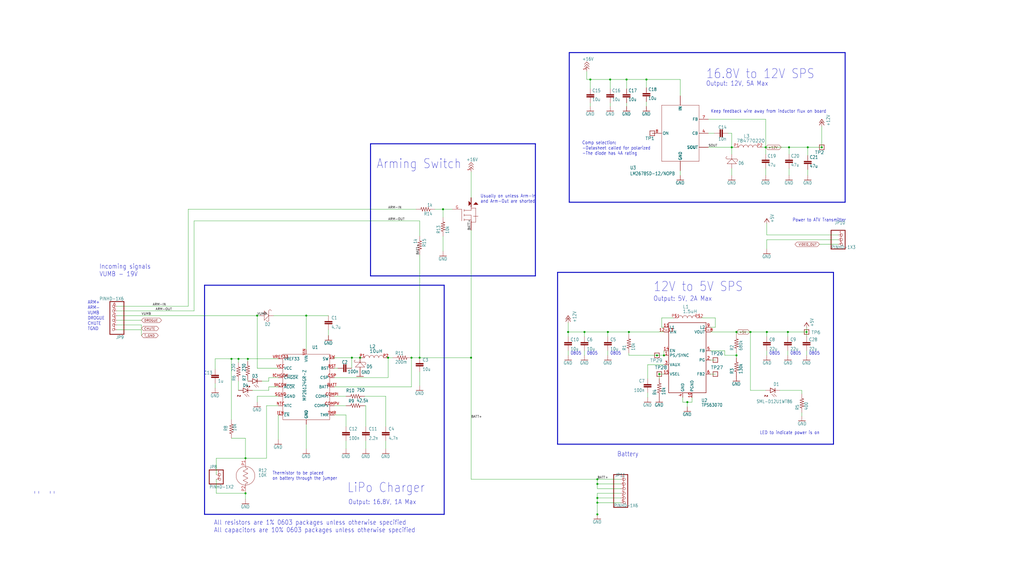
<source format=kicad_sch>
(kicad_sch (version 20250114) (generator "eeschema") (generator_version "9.0")
  (paper "User" 556.26 318.262)
  (text "LiPo Charger" (at 188.595 267.97 0) (effects (font (size 5.08 4.318)) (justify left bottom)))
  (text "LED to indicate power is on" (at 412.75 236.22 0) (effects (font (size 1.778 1.5113)) (justify left bottom)))
  (text "ARM+\nARM-\nVUMB\nDROGUE\nCHUTE\nTGND" (at 47.625 179.705 0) (effects (font (size 1.778 1.5113)) (justify left bottom)))
  (text "Output: 16.8V, 1A Max" (at 189.23 274.32 0) (effects (font (size 2.54 2.159)) (justify left bottom)))
  (text "0805" (at 318.77 193.04 0) (effects (font (size 1.778 1.5113)) (justify left bottom)))
  (text "12V to 5V SPS" (at 354.965 158.75 0) (effects (font (size 5.08 4.318)) (justify left bottom)))
  (text "0805" (at 309.88 193.04 0) (effects (font (size 1.778 1.5113)) (justify left bottom)))
  (text "Thermistor to be placed\non battery through the jumper" (at 147.955 260.985 0) (effects (font (size 1.778 1.5113)) (justify left bottom)))
  (text "0805" (at 417.83 193.04 0) (effects (font (size 1.778 1.5113)) (justify left bottom)))
  (text "Output: 5V, 2A Max" (at 354.965 163.83 0) (effects (font (size 2.54 2.159)) (justify left bottom)))
  (text "All resistors are 1% 0603 packages unless otherwise specified\nAll capacitors are 10% 0603 packages unless otherwise specified" (at 116.205 289.56 0) (effects (font (size 2.54 2.159)) (justify left bottom)))
  (text "Incoming signals\nVUMB - 19V" (at 53.975 150.495 0) (effects (font (size 2.54 2.159)) (justify left bottom)))
  (text "Usually on unless Arm-In\nand Arm-Out are shorted" (at 260.985 110.49 0) (effects (font (size 1.778 1.5113)) (justify left bottom)))
  (text "\" \"" (at 17.78 274.32 0) (effects (font (size 6.4516 5.4838)) (justify left bottom)))
  (text "Arming Switch" (at 204.47 92.075 0) (effects (font (size 5.08 4.318)) (justify left bottom)))
  (text "Battery" (at 335.28 248.285 0) (effects (font (size 2.54 2.159)) (justify left bottom)))
  (text "0805" (at 331.47 193.04 0) (effects (font (size 1.778 1.5113)) (justify left bottom)))
  (text "Output: 12V, 5A Max" (at 383.54 46.99 0) (effects (font (size 2.54 2.159)) (justify left bottom)))
  (text "16.8V to 12V SPS" (at 383.54 43.18 0) (effects (font (size 5.08 4.318)) (justify left bottom)))
  (text "0805" (at 429.26 193.04 0) (effects (font (size 1.778 1.5113)) (justify left bottom)))
  (text "Keep feedback wire away from inductor flux on board" (at 386.08 61.595 0) (effects (font (size 1.778 1.5113)) (justify left bottom)))
  (text "0805" (at 439.42 193.04 0) (effects (font (size 1.778 1.5113)) (justify left bottom)))
  (text "Comp selection:\n-Datasheet called for polarized\n-The diode has 4A rating" (at 316.23 84.455 0) (effects (font (size 1.778 1.5113)) (justify left bottom)))
  (text "Power to ATV Transmitter" (at 430.53 120.65 0) (effects (font (size 1.778 1.5113)) (justify left bottom)))
  (junction (at 240.665 113.665))
  (junction (at 129.54 194.945))
  (junction (at 427.99 180.34))
  (junction (at 438.15 180.34))
  (junction (at 227.965 194.31))
  (junction (at 428.625 80.01))
  (junction (at 223.52 194.31))
  (junction (at 351.155 43.18))
  (junction (at 133.35 267.97))
  (junction (at 407.67 180.34))
  (junction (at 320.675 43.18))
  (junction (at 166.37 171.45))
  (junction (at 134.62 194.945))
  (junction (at 191.135 194.31))
  (junction (at 400.05 180.34))
  (junction (at 324.485 270.51))
  (junction (at 416.56 180.34))
  (junction (at 438.785 80.01))
  (junction (at 210.82 194.31))
  (junction (at 446.405 80.01))
  (junction (at 317.5 180.34))
  (junction (at 400.05 193.04))
  (junction (at 340.36 43.18))
  (junction (at 133.35 248.92))
  (junction (at 373.38 218.44))
  (junction (at 360.68 193.04))
  (junction (at 324.485 273.05))
  (junction (at 358.14 203.2))
  (junction (at 415.925 80.01))
  (junction (at 356.87 193.04))
  (junction (at 331.47 43.18))
  (junction (at 324.485 260.35))
  (junction (at 324.485 279.4))
  (junction (at 324.485 262.89))
  (junction (at 195.58 194.31))
  (junction (at 308.61 180.34))
  (junction (at 125.73 194.945))
  (junction (at 397.51 80.01))
  (junction (at 330.2 180.34))
  (junction (at 255.905 194.31))
  (junction (at 341.63 180.34))
  (junction (at 139.7 171.45))
  (wire (pts (xy 139.7 200.025) (xy 139.7 171.45)) (stroke (width 0.1524)))
  (wire (pts (xy 117.475 257.81) (xy 117.475 248.92)) (stroke (width 0.1524)))
  (wire (pts (xy 415.925 95.25) (xy 415.925 91.44)) (stroke (width 0.1524)))
  (wire (pts (xy 351.155 43.18) (xy 340.36 43.18)) (stroke (width 0.1524)))
  (wire (pts (xy 240.665 113.665) (xy 245.745 113.665)) (stroke (width 0.1524)))
  (wire (pts (xy 116.84 208.28) (xy 116.84 210.82)) (stroke (width 0.1524)))
  (polyline (pts (xy 201.295 78.105) (xy 290.83 78.105)) (stroke (width 0.508) (type solid)))
  (wire (pts (xy 428.625 80.01) (xy 415.925 80.01)) (stroke (width 0.1524)))
  (polyline (pts (xy 290.83 78.105) (xy 290.83 149.86)) (stroke (width 0.508) (type solid)))
  (wire (pts (xy 255.905 125.095) (xy 255.905 194.31)) (stroke (width 0.1524)))
  (wire (pts (xy 351.79 198.12) (xy 351.79 205.74)) (stroke (width 0.1524)))
  (wire (pts (xy 63.5 173.99) (xy 76.835 173.99)) (stroke (width 0.1524)))
  (wire (pts (xy 386.08 177.8) (xy 388.62 177.8)) (stroke (width 0.1524)))
  (wire (pts (xy 370.84 218.44) (xy 373.38 218.44)) (stroke (width 0.1524)))
  (polyline (pts (xy 452.755 241.3) (xy 302.895 241.3)) (stroke (width 0.508) (type solid)))
  (wire (pts (xy 129.54 194.945) (xy 129.54 196.85)) (stroke (width 0.1524)))
  (wire (pts (xy 369.57 43.18) (xy 351.155 43.18)) (stroke (width 0.1524)))
  (wire (pts (xy 320.675 57.785) (xy 320.675 55.88)) (stroke (width 0.1524)))
  (wire (pts (xy 181.61 225.425) (xy 187.96 225.425)) (stroke (width 0.1524)))
  (wire (pts (xy 181.61 194.31) (xy 191.135 194.31)) (stroke (width 0.1524)))
  (wire (pts (xy 129.54 207.01) (xy 129.54 212.09)) (stroke (width 0.1524)))
  (wire (pts (xy 181.61 194.945) (xy 181.61 194.31)) (stroke (width 0.1524)))
  (polyline (pts (xy 459.105 109.855) (xy 309.245 109.855)) (stroke (width 0.508) (type solid)))
  (wire (pts (xy 351.155 47.625) (xy 351.155 43.18)) (stroke (width 0.1524)))
  (wire (pts (xy 360.68 177.8) (xy 359.41 177.8)) (stroke (width 0.1524)))
  (wire (pts (xy 337.185 262.89) (xy 324.485 262.89)) (stroke (width 0.1524)))
  (wire (pts (xy 400.05 180.34) (xy 407.67 180.34)) (stroke (width 0.1524)))
  (wire (pts (xy 351.155 57.785) (xy 351.155 55.245)) (stroke (width 0.1524)))
  (wire (pts (xy 187.96 243.84) (xy 187.96 239.395)) (stroke (width 0.1524)))
  (wire (pts (xy 227.965 120.015) (xy 105.41 120.015)) (stroke (width 0.1524)))
  (wire (pts (xy 415.925 64.77) (xy 415.925 80.01)) (stroke (width 0.1524)))
  (wire (pts (xy 438.15 193.04) (xy 438.15 190.5)) (stroke (width 0.1524)))
  (wire (pts (xy 151.13 238.76) (xy 151.13 225.425)) (stroke (width 0.1524)))
  (wire (pts (xy 455.295 132.715) (xy 445.135 132.715)) (stroke (width 0.1524)))
  (wire (pts (xy 415.925 64.77) (xy 384.81 64.77)) (stroke (width 0.1524)))
  (polyline (pts (xy 309.245 109.855) (xy 309.245 28.575)) (stroke (width 0.508) (type solid)))
  (wire (pts (xy 455.295 130.175) (xy 416.56 130.175)) (stroke (width 0.1524)))
  (wire (pts (xy 198.755 220.345) (xy 198.755 231.775)) (stroke (width 0.1524)))
  (wire (pts (xy 341.63 180.34) (xy 341.63 181.61)) (stroke (width 0.1524)))
  (wire (pts (xy 400.05 193.04) (xy 393.7 193.04)) (stroke (width 0.1524)))
  (polyline (pts (xy 241.3 279.4) (xy 241.3 154.94)) (stroke (width 0.508) (type solid)))
  (wire (pts (xy 359.41 177.8) (xy 359.41 172.72)) (stroke (width 0.1524)))
  (wire (pts (xy 133.35 238.125) (xy 133.35 248.92)) (stroke (width 0.1524)))
  (wire (pts (xy 416.56 121.285) (xy 416.56 127.635)) (stroke (width 0.1524)))
  (wire (pts (xy 146.05 207.01) (xy 146.05 205.105)) (stroke (width 0.1524)))
  (wire (pts (xy 117.475 260.35) (xy 117.475 267.97)) (stroke (width 0.1524)))
  (wire (pts (xy 151.13 194.945) (xy 134.62 194.945)) (stroke (width 0.1524)))
  (wire (pts (xy 148.59 171.45) (xy 166.37 171.45)) (stroke (width 0.1524)))
  (wire (pts (xy 428.625 80.01) (xy 438.785 80.01)) (stroke (width 0.1524)))
  (wire (pts (xy 400.05 191.77) (xy 400.05 193.04)) (stroke (width 0.1524)))
  (wire (pts (xy 146.05 212.09) (xy 137.16 212.09)) (stroke (width 0.1524)))
  (wire (pts (xy 134.62 196.215) (xy 134.62 194.945)) (stroke (width 0.1524)))
  (wire (pts (xy 438.15 177.8) (xy 438.15 180.34)) (stroke (width 0.1524)))
  (wire (pts (xy 397.51 72.39) (xy 397.51 80.01)) (stroke (width 0.1524)))
  (wire (pts (xy 427.99 193.04) (xy 427.99 190.5)) (stroke (width 0.1524)))
  (wire (pts (xy 144.78 248.92) (xy 133.35 248.92)) (stroke (width 0.1524)))
  (wire (pts (xy 416.56 180.34) (xy 416.56 182.88)) (stroke (width 0.1524)))
  (polyline (pts (xy 111.125 154.94) (xy 111.125 279.4)) (stroke (width 0.508) (type solid)))
  (wire (pts (xy 105.41 120.015) (xy 105.41 168.91)) (stroke (width 0.1524)))
  (wire (pts (xy 317.5 190.5) (xy 317.5 193.04)) (stroke (width 0.1524)))
  (wire (pts (xy 151.13 215.265) (xy 139.7 215.265)) (stroke (width 0.1524)))
  (wire (pts (xy 330.2 193.04) (xy 330.2 190.5)) (stroke (width 0.1524)))
  (wire (pts (xy 360.68 203.2) (xy 358.14 203.2)) (stroke (width 0.1524)))
  (wire (pts (xy 388.62 177.8) (xy 388.62 172.72)) (stroke (width 0.1524)))
  (wire (pts (xy 407.67 212.09) (xy 415.925 212.09)) (stroke (width 0.1524)))
  (wire (pts (xy 416.56 190.5) (xy 416.56 193.04)) (stroke (width 0.1524)))
  (wire (pts (xy 308.61 180.34) (xy 308.61 182.88)) (stroke (width 0.1524)))
  (wire (pts (xy 227.965 209.55) (xy 227.965 201.93)) (stroke (width 0.1524)))
  (wire (pts (xy 317.5 180.34) (xy 308.61 180.34)) (stroke (width 0.1524)))
  (wire (pts (xy 320.675 43.18) (xy 318.77 43.18)) (stroke (width 0.1524)))
  (wire (pts (xy 388.62 172.72) (xy 381 172.72)) (stroke (width 0.1524)))
  (wire (pts (xy 386.08 203.2) (xy 388.62 203.2)) (stroke (width 0.1524)))
  (wire (pts (xy 331.47 43.18) (xy 320.675 43.18)) (stroke (width 0.1524)))
  (polyline (pts (xy 302.895 241.3) (xy 302.895 147.955)) (stroke (width 0.508) (type solid)))
  (wire (pts (xy 438.785 80.01) (xy 446.405 80.01)) (stroke (width 0.1524)))
  (wire (pts (xy 308.61 190.5) (xy 308.61 193.04)) (stroke (width 0.1524)))
  (wire (pts (xy 423.545 212.09) (xy 435.61 212.09)) (stroke (width 0.1524)))
  (wire (pts (xy 393.7 190.5) (xy 386.08 190.5)) (stroke (width 0.1524)))
  (wire (pts (xy 395.605 72.39) (xy 397.51 72.39)) (stroke (width 0.1524)))
  (wire (pts (xy 360.68 193.04) (xy 356.87 193.04)) (stroke (width 0.1524)))
  (polyline (pts (xy 302.895 147.955) (xy 452.755 147.955)) (stroke (width 0.508) (type solid)))
  (wire (pts (xy 356.87 193.04) (xy 341.63 193.04)) (stroke (width 0.1524)))
  (wire (pts (xy 181.61 210.185) (xy 223.52 210.185)) (stroke (width 0.1524)))
  (wire (pts (xy 198.755 243.84) (xy 198.755 239.395)) (stroke (width 0.1524)))
  (wire (pts (xy 414.02 80.01) (xy 415.925 80.01)) (stroke (width 0.1524)))
  (wire (pts (xy 213.36 194.31) (xy 210.82 194.31)) (stroke (width 0.1524)))
  (wire (pts (xy 373.38 218.44) (xy 375.92 218.44)) (stroke (width 0.1524)))
  (wire (pts (xy 240.665 118.11) (xy 240.665 113.665)) (stroke (width 0.1524)))
  (wire (pts (xy 166.37 171.45) (xy 178.435 171.45)) (stroke (width 0.1524)))
  (wire (pts (xy 209.55 215.265) (xy 209.55 231.775)) (stroke (width 0.1524)))
  (wire (pts (xy 223.52 210.185) (xy 223.52 194.31)) (stroke (width 0.1524)))
  (wire (pts (xy 63.5 179.07) (xy 76.835 179.07)) (stroke (width 0.1524)))
  (wire (pts (xy 227.965 194.31) (xy 227.965 138.43)) (stroke (width 0.1524)))
  (wire (pts (xy 308.61 175.26) (xy 308.61 180.34)) (stroke (width 0.1524)))
  (wire (pts (xy 360.68 190.5) (xy 360.68 193.04)) (stroke (width 0.1524)))
  (wire (pts (xy 337.185 265.43) (xy 324.485 265.43)) (stroke (width 0.1524)))
  (wire (pts (xy 146.05 205.105) (xy 151.13 205.105)) (stroke (width 0.1524)))
  (wire (pts (xy 209.55 243.84) (xy 209.55 239.395)) (stroke (width 0.1524)))
  (wire (pts (xy 181.61 220.345) (xy 187.96 220.345)) (stroke (width 0.1524)))
  (wire (pts (xy 134.62 206.375) (xy 134.62 207.01)) (stroke (width 0.1524)))
  (wire (pts (xy 435.61 226.06) (xy 435.61 224.155)) (stroke (width 0.1524)))
  (wire (pts (xy 416.56 127.635) (xy 455.295 127.635)) (stroke (width 0.1524)))
  (wire (pts (xy 223.52 194.31) (xy 227.965 194.31)) (stroke (width 0.1524)))
  (wire (pts (xy 428.625 95.25) (xy 428.625 91.44)) (stroke (width 0.1524)))
  (wire (pts (xy 191.135 200.025) (xy 191.135 194.31)) (stroke (width 0.1524)))
  (polyline (pts (xy 111.125 279.4) (xy 241.3 279.4)) (stroke (width 0.508) (type solid)))
  (wire (pts (xy 63.5 176.53) (xy 76.835 176.53)) (stroke (width 0.1524)))
  (wire (pts (xy 63.5 166.37) (xy 102.235 166.37)) (stroke (width 0.1524)))
  (wire (pts (xy 331.47 48.26) (xy 331.47 43.18)) (stroke (width 0.1524)))
  (wire (pts (xy 358.14 205.74) (xy 358.14 203.2)) (stroke (width 0.1524)))
  (wire (pts (xy 255.905 260.35) (xy 324.485 260.35)) (stroke (width 0.1524)))
  (wire (pts (xy 324.485 280.035) (xy 324.485 279.4)) (stroke (width 0.1524)))
  (wire (pts (xy 117.475 267.97) (xy 133.35 267.97)) (stroke (width 0.1524)))
  (wire (pts (xy 397.51 83.82) (xy 397.51 80.01)) (stroke (width 0.1524)))
  (wire (pts (xy 428.625 83.82) (xy 428.625 80.01)) (stroke (width 0.1524)))
  (wire (pts (xy 398.78 80.01) (xy 397.51 80.01)) (stroke (width 0.1524)))
  (polyline (pts (xy 309.245 28.575) (xy 459.105 28.575)) (stroke (width 0.508) (type solid)))
  (wire (pts (xy 369.57 95.25) (xy 369.57 92.71)) (stroke (width 0.1524)))
  (wire (pts (xy 386.08 180.34) (xy 400.05 180.34)) (stroke (width 0.1524)))
  (wire (pts (xy 415.925 83.82) (xy 415.925 80.01)) (stroke (width 0.1524)))
  (wire (pts (xy 400.05 181.61) (xy 400.05 180.34)) (stroke (width 0.1524)))
  (wire (pts (xy 178.435 179.07) (xy 178.435 182.245)) (stroke (width 0.1524)))
  (wire (pts (xy 181.61 215.265) (xy 187.96 215.265)) (stroke (width 0.1524)))
  (wire (pts (xy 134.62 194.945) (xy 129.54 194.945)) (stroke (width 0.1524)))
  (wire (pts (xy 337.185 270.51) (xy 324.485 270.51)) (stroke (width 0.1524)))
  (wire (pts (xy 183.515 200.025) (xy 181.61 200.025)) (stroke (width 0.1524)))
  (wire (pts (xy 187.96 225.425) (xy 187.96 231.775)) (stroke (width 0.1524)))
  (wire (pts (xy 438.785 84.455) (xy 438.785 80.01)) (stroke (width 0.1524)))
  (wire (pts (xy 240.665 128.27) (xy 240.665 136.525)) (stroke (width 0.1524)))
  (wire (pts (xy 116.84 200.66) (xy 116.84 194.945)) (stroke (width 0.1524)))
  (wire (pts (xy 397.51 80.01) (xy 384.81 80.01)) (stroke (width 0.1524)))
  (wire (pts (xy 317.5 182.88) (xy 317.5 180.34)) (stroke (width 0.1524)))
  (wire (pts (xy 320.675 48.26) (xy 320.675 43.18)) (stroke (width 0.1524)))
  (wire (pts (xy 210.82 205.105) (xy 210.82 194.31)) (stroke (width 0.1524)))
  (wire (pts (xy 76.835 176.53) (xy 76.835 178.435)) (stroke (width 0.1524)))
  (wire (pts (xy 387.985 72.39) (xy 384.81 72.39)) (stroke (width 0.1524)))
  (wire (pts (xy 125.73 194.945) (xy 129.54 194.945)) (stroke (width 0.1524)))
  (wire (pts (xy 369.57 52.07) (xy 369.57 43.18)) (stroke (width 0.1524)))
  (wire (pts (xy 340.36 43.18) (xy 331.47 43.18)) (stroke (width 0.1524)))
  (wire (pts (xy 393.7 193.04) (xy 393.7 190.5)) (stroke (width 0.1524)))
  (wire (pts (xy 359.41 172.72) (xy 365.76 172.72)) (stroke (width 0.1524)))
  (wire (pts (xy 330.2 180.34) (xy 317.5 180.34)) (stroke (width 0.1524)))
  (wire (pts (xy 151.13 210.185) (xy 146.05 210.185)) (stroke (width 0.1524)))
  (wire (pts (xy 427.99 182.88) (xy 427.99 180.34)) (stroke (width 0.1524)))
  (wire (pts (xy 191.135 194.31) (xy 195.58 194.31)) (stroke (width 0.1524)))
  (wire (pts (xy 117.475 248.92) (xy 133.35 248.92)) (stroke (width 0.1524)))
  (wire (pts (xy 318.77 38.735) (xy 318.77 43.18)) (stroke (width 0.1524)))
  (wire (pts (xy 340.36 57.785) (xy 340.36 55.88)) (stroke (width 0.1524)))
  (wire (pts (xy 388.62 195.58) (xy 386.08 195.58)) (stroke (width 0.1524)))
  (wire (pts (xy 330.2 180.34) (xy 341.63 180.34)) (stroke (width 0.1524)))
  (wire (pts (xy 151.13 200.025) (xy 139.7 200.025)) (stroke (width 0.1524)))
  (wire (pts (xy 446.405 80.01) (xy 446.405 68.58)) (stroke (width 0.1524)))
  (wire (pts (xy 438.15 182.88) (xy 438.15 180.34)) (stroke (width 0.1524)))
  (wire (pts (xy 76.835 179.07) (xy 76.835 182.245)) (stroke (width 0.1524)))
  (wire (pts (xy 63.5 171.45) (xy 139.7 171.45)) (stroke (width 0.1524)))
  (wire (pts (xy 331.47 57.785) (xy 331.47 55.88)) (stroke (width 0.1524)))
  (polyline (pts (xy 452.755 147.955) (xy 452.755 241.3)) (stroke (width 0.508) (type solid)))
  (wire (pts (xy 324.485 265.43) (xy 324.485 262.89)) (stroke (width 0.1524)))
  (wire (pts (xy 142.24 207.01) (xy 146.05 207.01)) (stroke (width 0.1524)))
  (wire (pts (xy 227.965 194.31) (xy 255.905 194.31)) (stroke (width 0.1524)))
  (wire (pts (xy 139.7 215.265) (xy 139.7 218.44)) (stroke (width 0.1524)))
  (wire (pts (xy 324.485 260.35) (xy 337.185 260.35)) (stroke (width 0.1524)))
  (wire (pts (xy 341.63 191.77) (xy 341.63 193.04)) (stroke (width 0.1524)))
  (wire (pts (xy 438.785 95.25) (xy 438.785 92.075)) (stroke (width 0.1524)))
  (wire (pts (xy 198.12 220.345) (xy 198.755 220.345)) (stroke (width 0.1524)))
  (wire (pts (xy 416.56 130.175) (xy 416.56 135.255)) (stroke (width 0.1524)))
  (wire (pts (xy 125.73 194.945) (xy 125.73 227.965)) (stroke (width 0.1524)))
  (wire (pts (xy 407.67 180.34) (xy 416.56 180.34)) (stroke (width 0.1524)))
  (wire (pts (xy 255.905 107.315) (xy 255.905 93.345)) (stroke (width 0.1524)))
  (wire (pts (xy 427.99 180.34) (xy 416.56 180.34)) (stroke (width 0.1524)))
  (wire (pts (xy 438.15 180.34) (xy 427.99 180.34)) (stroke (width 0.1524)))
  (wire (pts (xy 330.2 180.34) (xy 330.2 182.88)) (stroke (width 0.1524)))
  (wire (pts (xy 166.37 171.45) (xy 166.37 189.865)) (stroke (width 0.1524)))
  (wire (pts (xy 373.38 220.98) (xy 373.38 218.44)) (stroke (width 0.1524)))
  (wire (pts (xy 435.61 212.09) (xy 435.61 213.995)) (stroke (width 0.1524)))
  (wire (pts (xy 397.51 95.25) (xy 397.51 91.44)) (stroke (width 0.1524)))
  (wire (pts (xy 227.965 128.27) (xy 227.965 120.015)) (stroke (width 0.1524)))
  (wire (pts (xy 255.905 194.31) (xy 255.905 260.35)) (stroke (width 0.1524)))
  (wire (pts (xy 198.12 215.265) (xy 209.55 215.265)) (stroke (width 0.1524)))
  (wire (pts (xy 370.84 215.9) (xy 370.84 218.44)) (stroke (width 0.1524)))
  (wire (pts (xy 146.05 210.185) (xy 146.05 212.09)) (stroke (width 0.1524)))
  (wire (pts (xy 341.63 180.34) (xy 360.68 180.34)) (stroke (width 0.1524)))
  (wire (pts (xy 133.35 267.97) (xy 133.35 271.145)) (stroke (width 0.1524)))
  (polyline (pts (xy 241.3 154.94) (xy 111.125 154.94)) (stroke (width 0.508) (type solid)))
  (wire (pts (xy 324.485 270.51) (xy 324.485 267.97)) (stroke (width 0.1524)))
  (polyline (pts (xy 290.83 149.86) (xy 201.295 149.86)) (stroke (width 0.508) (type solid)))
  (polyline (pts (xy 459.105 28.575) (xy 459.105 109.855)) (stroke (width 0.508) (type solid)))
  (wire (pts (xy 337.185 267.97) (xy 324.485 267.97)) (stroke (width 0.1524)))
  (wire (pts (xy 151.13 220.345) (xy 144.78 220.345)) (stroke (width 0.1524)))
  (wire (pts (xy 116.84 194.945) (xy 125.73 194.945)) (stroke (width 0.1524)))
  (wire (pts (xy 324.485 262.89) (xy 324.485 260.35)) (stroke (width 0.1524)))
  (wire (pts (xy 140.97 171.45) (xy 139.7 171.45)) (stroke (width 0.1524)))
  (wire (pts (xy 324.485 273.05) (xy 324.485 270.51)) (stroke (width 0.1524)))
  (wire (pts (xy 351.79 215.9) (xy 351.79 213.36)) (stroke (width 0.1524)))
  (wire (pts (xy 407.67 180.34) (xy 407.67 212.09)) (stroke (width 0.1524)))
  (wire (pts (xy 181.61 205.105) (xy 210.82 205.105)) (stroke (width 0.1524)))
  (wire (pts (xy 102.235 113.665) (xy 226.06 113.665)) (stroke (width 0.1524)))
  (wire (pts (xy 144.78 220.345) (xy 144.78 248.92)) (stroke (width 0.1524)))
  (wire (pts (xy 400.05 193.04) (xy 400.05 194.31)) (stroke (width 0.1524)))
  (wire (pts (xy 324.485 279.4) (xy 324.485 273.05)) (stroke (width 0.1524)))
  (wire (pts (xy 340.36 48.26) (xy 340.36 43.18)) (stroke (width 0.1524)))
  (wire (pts (xy 166.37 243.84) (xy 166.37 230.505)) (stroke (width 0.1524)))
  (wire (pts (xy 125.73 238.125) (xy 133.35 238.125)) (stroke (width 0.1524)))
  (wire (pts (xy 337.185 273.05) (xy 324.485 273.05)) (stroke (width 0.1524)))
  (wire (pts (xy 63.5 168.91) (xy 105.41 168.91)) (stroke (width 0.1524)))
  (polyline (pts (xy 201.295 149.86) (xy 201.295 78.105)) (stroke (width 0.508) (type solid)))
  (wire (pts (xy 102.235 166.37) (xy 102.235 113.665)) (stroke (width 0.1524)))
  (wire (pts (xy 360.68 198.12) (xy 351.79 198.12)) (stroke (width 0.1524)))
  (wire (pts (xy 375.92 218.44) (xy 375.92 215.9)) (stroke (width 0.1524)))
  (wire (pts (xy 236.22 113.665) (xy 240.665 113.665)) (stroke (width 0.1524)))
  (label "ARM-OUT" (at 84.455 168.91 0) (effects (font (size 1.2446 1.2446))))
  (label "BATT+" (at 255.905 227.33 0) (effects (font (size 1.2446 1.2446))))
  (label "BATT+" (at 227.965 138.43 90) (effects (font (size 1.2446 1.2446))))
  (label "ARM-IN" (at 210.82 113.665 0) (effects (font (size 1.2446 1.2446))))
  (label "ARM-OUT" (at 210.82 120.015 0) (effects (font (size 1.2446 1.2446))))
  (label "ARM-IN" (at 82.8675 166.37 0) (effects (font (size 1.2446 1.2446))))
  (label "VUMB" (at 76.835 171.45 0) (effects (font (size 1.2446 1.2446))))
  (label "SOUT" (at 384.81 80.01 0) (effects (font (size 1.2446 1.2446))))
  (label "BATT+" (at 324.485 260.35 0) (effects (font (size 1.2446 1.2446))))
  (label "BATT+" (at 255.905 125.095 90) (effects (font (size 1.2446 1.2446))))
  (label "VUMB" (at 139.7 171.45 0) (effects (font (size 1.2446 1.2446))))
  (global_label "DROGUE" (shape bidirectional) (at 76.835 173.99 0) (effects (font (size 1.2446 1.2446))) (property "Intersheetrefs" "${INTERSHEET_REFS}" (effects (hide yes))))
  (global_label "+12V" (shape bidirectional) (at 415.925 80.01 0) (effects (font (size 1.2446 1.2446))) (property "Intersheetrefs" "${INTERSHEET_REFS}" (effects (hide yes))))
  (global_label "T_GND" (shape bidirectional) (at 76.835 182.245 0) (effects (font (size 1.2446 1.2446))) (property "Intersheetrefs" "${INTERSHEET_REFS}" (effects (hide yes))))
  (global_label "VIDEO_OUT" (shape bidirectional) (at 445.135 132.715 180) (effects (font (size 1.2446 1.2446))) (property "Intersheetrefs" "${INTERSHEET_REFS}" (effects (hide yes))))
  (global_label "+5V" (shape bidirectional) (at 400.05 180.34 0) (effects (font (size 1.2446 1.2446))) (property "Intersheetrefs" "${INTERSHEET_REFS}" (effects (hide yes))))
  (global_label "CHUTE" (shape bidirectional) (at 76.835 178.435 0) (effects (font (size 1.2446 1.2446))) (property "Intersheetrefs" "${INTERSHEET_REFS}" (effects (hide yes))))
  (symbol (lib_id "CameraBoard-eagle-import:R-US_0603-C-NOSILK") (at 435.61 219.075 90) (unit 1)
    (property "Reference" "R5" (at 434.1114 222.885 0) (effects (font (size 1.778 1.5113)) (justify left bottom)))
    (property "Value" "400" (at 438.912 222.885 0) (effects (font (size 1.778 1.5113)) (justify left bottom)))
    (property "Footprint" "CameraBoard:.0603-C-NOSILK" (effects (hide yes)))
    (property "DIS" "Digi-Key" (effects (hide yes)))
    (property "DPN" "1276-4275-1-ND" (effects (hide yes)))
    (property "MFR" "Samsung" (effects (hide yes)))
    (property "MPN" "RC1005F6653CS" (effects (hide yes)))
  )
  (symbol (lib_id "CameraBoard-eagle-import:784770220") (at 406.4 80.01 0) (unit 1)
    (property "Reference" "L3" (at 403.86 74.93 0) (effects (font (size 1.778 1.778)) (justify left bottom)))
    (property "Value" "784770220" (at 400.05 77.47 0) (effects (font (size 1.778 1.778)) (justify left bottom)))
    (property "Footprint" "CameraBoard:784770220" (effects (hide yes)))
  )
  (symbol (lib_id "CameraBoard-eagle-import:R-US_0603-A-NOSILK") (at 227.965 133.35 270) (unit 1)
    (property "Reference" "R15" (at 229.4636 129.54 0) (effects (font (size 1.778 1.5113)) (justify left bottom)))
    (property "Value" "1k" (at 224.663 129.54 0) (effects (font (size 1.778 1.5113)) (justify left bottom)))
    (property "Footprint" "CameraBoard:.0603-A-NOSILK" (effects (hide yes)))
  )
  (symbol (lib_id "CameraBoard-eagle-import:GND") (at 416.56 195.58 0) (mirror y) (unit 1)
    (property "Reference" "#GND25" (effects (hide yes)))
    (property "Value" "GND" (at 419.1 198.12 0) (effects (font (size 1.778 1.5113)) (justify left bottom)))
  )
  (symbol (lib_id "CameraBoard-eagle-import:GND") (at 116.84 213.36 0) (unit 1)
    (property "Reference" "#GND7" (effects (hide yes)))
    (property "Value" "GND" (at 114.3 215.9 0) (effects (font (size 1.778 1.5113)) (justify left bottom)))
  )
  (symbol (lib_id "CameraBoard-eagle-import:GND") (at 187.96 246.38 0) (unit 1)
    (property "Reference" "#GND8" (effects (hide yes)))
    (property "Value" "GND" (at 185.42 248.92 0) (effects (font (size 1.778 1.5113)) (justify left bottom)))
  )
  (symbol (lib_id "CameraBoard-eagle-import:GND") (at 178.435 184.785 0) (unit 1)
    (property "Reference" "#GND3" (effects (hide yes)))
    (property "Value" "GND" (at 175.895 187.325 0) (effects (font (size 1.778 1.5113)) (justify left bottom)))
  )
  (symbol (lib_id "CameraBoard-eagle-import:C-EU0805-B-NOSILK") (at 351.155 50.165 0) (unit 1)
    (property "Reference" "C18" (at 352.171 49.53 0) (effects (font (size 1.778 1.5113)) (justify left bottom)))
    (property "Value" "10u" (at 352.171 54.356 0) (effects (font (size 1.778 1.5113)) (justify left bottom)))
    (property "Footprint" "CameraBoard:.0805-B-NOSILK" (effects (hide yes)))
  )
  (symbol (lib_id "CameraBoard-eagle-import:TEST-POINT") (at 354.33 72.39 0) (unit 1)
    (property "Reference" "TP1" (at 350.52 76.2 0) (effects (font (size 1.778 1.778)) (justify left bottom)))
    (property "Value" "TEST-POINT" (effects (hide yes)))
    (property "Footprint" "CameraBoard:2MM-TEST-POINT" (effects (hide yes)))
  )
  (symbol (lib_id "CameraBoard-eagle-import:TEST-POINT") (at 388.62 203.2 0) (unit 1)
    (property "Reference" "TP27" (at 386.08 200.66 0) (effects (font (size 1.778 1.778)) (justify left bottom)))
    (property "Value" "TEST-POINT" (effects (hide yes)))
    (property "Footprint" "CameraBoard:2MM-TEST-POINT" (effects (hide yes)))
  )
  (symbol (lib_id "CameraBoard-eagle-import:+12V") (at 446.405 66.04 0) (unit 1)
    (property "Reference" "#P+4" (effects (hide yes)))
    (property "Value" "+12V" (at 448.945 62.23 90) (effects (font (size 1.778 1.5113)) (justify right top)))
  )
  (symbol (lib_id "CameraBoard-eagle-import:LM2678SD-12/NOPB") (at 369.57 72.39 0) (unit 1)
    (property "Reference" "U3" (at 342.265 92.075 0) (effects (font (size 1.778 1.5113)) (justify left bottom)))
    (property "Value" "LM2678SD-12/NOPB" (at 342.265 95.25 0) (effects (font (size 1.778 1.5113)) (justify left bottom)))
    (property "Footprint" "CameraBoard:LM2678SD-12_NOPB" (effects (hide yes)))
  )
  (symbol (lib_id "CameraBoard-eagle-import:GND") (at 438.15 195.58 0) (unit 1)
    (property "Reference" "#GND35" (effects (hide yes)))
    (property "Value" "GND" (at 435.61 198.12 0) (effects (font (size 1.778 1.5113)) (justify left bottom)))
  )
  (symbol (lib_id "CameraBoard-eagle-import:GND") (at 209.55 246.38 0) (unit 1)
    (property "Reference" "#GND10" (effects (hide yes)))
    (property "Value" "GND" (at 207.01 248.92 0) (effects (font (size 1.778 1.5113)) (justify left bottom)))
  )
  (symbol (lib_id "CameraBoard-eagle-import:C-EU0805-B-NOSILK") (at 331.47 50.8 0) (unit 1)
    (property "Reference" "C16" (at 332.486 50.165 0) (effects (font (size 1.778 1.5113)) (justify left bottom)))
    (property "Value" "10u" (at 332.486 54.991 0) (effects (font (size 1.778 1.5113)) (justify left bottom)))
    (property "Footprint" "CameraBoard:.0805-B-NOSILK" (effects (hide yes)))
  )
  (symbol (lib_id "CameraBoard-eagle-import:C-EU1206-A") (at 415.925 86.36 0) (unit 1)
    (property "Reference" "C19" (at 416.941 85.725 0) (effects (font (size 1.778 1.5113)) (justify left bottom)))
    (property "Value" "47u" (at 416.941 90.551 0) (effects (font (size 1.778 1.5113)) (justify left bottom)))
    (property "Footprint" "CameraBoard:1206-A" (effects (hide yes)))
  )
  (symbol (lib_id "CameraBoard-eagle-import:D_MBRS340T3G") (at 397.51 87.63 90) (unit 1)
    (property "Reference" "D6" (at 404.2433 87.632 90) (effects (font (size 1.7798 1.5128)) (justify left bottom)))
    (property "Value" "D_MBRS340T3G" (effects (hide yes)))
    (property "Footprint" "CameraBoard:SMC" (effects (hide yes)))
  )
  (symbol (lib_id "CameraBoard-eagle-import:C-EU0603-A-NOSILK") (at 178.435 173.99 0) (unit 1)
    (property "Reference" "C1" (at 179.959 173.609 0) (effects (font (size 1.778 1.5113)) (justify left bottom)))
    (property "Value" "4.7u" (at 179.959 178.689 0) (effects (font (size 1.778 1.5113)) (justify left bottom)))
    (property "Footprint" "CameraBoard:.0603-A-NOSILK" (effects (hide yes)))
  )
  (symbol (lib_id "CameraBoard-eagle-import:GND") (at 427.99 195.58 0) (mirror y) (unit 1)
    (property "Reference" "#GND13" (effects (hide yes)))
    (property "Value" "GND" (at 430.53 198.12 0) (effects (font (size 1.778 1.5113)) (justify left bottom)))
  )
  (symbol (lib_id "CameraBoard-eagle-import:C-EU1206-A") (at 438.785 86.995 0) (unit 1)
    (property "Reference" "C21" (at 439.801 86.36 0) (effects (font (size 1.778 1.5113)) (justify left bottom)))
    (property "Value" "47u" (at 439.801 91.186 0) (effects (font (size 1.778 1.5113)) (justify left bottom)))
    (property "Footprint" "CameraBoard:1206-A" (effects (hide yes)))
  )
  (symbol (lib_id "CameraBoard-eagle-import:GND") (at 240.665 139.065 0) (unit 1)
    (property "Reference" "#GND16" (effects (hide yes)))
    (property "Value" "GND" (at 238.125 141.605 0) (effects (font (size 1.778 1.5113)) (justify left bottom)))
  )
  (symbol (lib_id "CameraBoard-eagle-import:S2MA-13-F") (at 195.58 198.12 90) (unit 1)
    (property "Reference" "D5" (at 202.3133 198.122 90) (effects (font (size 1.7798 1.5128)) (justify left bottom)))
    (property "Value" "S2MA-13-F" (effects (hide yes)))
    (property "Footprint" "CameraBoard:S2MA-13-F" (effects (hide yes)))
  )
  (symbol (lib_id "CameraBoard-eagle-import:C-EU0603-A-NOSILK") (at 187.96 234.315 0) (unit 1)
    (property "Reference" "C12" (at 189.484 233.934 0) (effects (font (size 1.778 1.5113)) (justify left bottom)))
    (property "Value" "100n" (at 189.484 239.014 0) (effects (font (size 1.778 1.5113)) (justify left bottom)))
    (property "Footprint" "CameraBoard:.0603-A-NOSILK" (effects (hide yes)))
  )
  (symbol (lib_id "CameraBoard-eagle-import:TPS63070X") (at 373.38 193.04 0) (unit 1)
    (property "Reference" "U2" (at 381 218.44 0) (effects (font (size 1.778 1.5113)) (justify left bottom)))
    (property "Value" "TPS63070" (at 381 220.98 0) (effects (font (size 1.778 1.5113)) (justify left bottom)))
    (property "Footprint" "CameraBoard:TPS63070X" (effects (hide yes)))
    (property "DIS" "Digi-Key" (effects (hide yes)))
    (property "DPN" "296-44874-2-ND" (effects (hide yes)))
    (property "MAN" "Texas Instruments" (effects (hide yes)))
    (property "MPN" "TPS63070RNMR" (effects (hide yes)))
  )
  (symbol (lib_id "CameraBoard-eagle-import:GND") (at 369.57 97.79 0) (unit 1)
    (property "Reference" "#GND18" (effects (hide yes)))
    (property "Value" "GND" (at 367.03 100.33 0) (effects (font (size 1.778 1.5113)) (justify left bottom)))
  )
  (symbol (lib_id "CameraBoard-eagle-import:R-US_0603-A-NOSILK") (at 134.62 201.295 90) (unit 1)
    (property "Reference" "R7" (at 133.7564 207.01 0) (effects (font (size 1.778 1.5113)) (justify left bottom)))
    (property "Value" "230" (at 133.477 201.93 0) (effects (font (size 1.778 1.5113)) (justify left bottom)))
    (property "Footprint" "CameraBoard:.0603-A-NOSILK" (effects (hide yes)))
  )
  (symbol (lib_id "CameraBoard-eagle-import:GND") (at 139.7 220.98 0) (unit 1)
    (property "Reference" "#GND5" (effects (hide yes)))
    (property "Value" "GND" (at 137.16 223.52 0) (effects (font (size 1.778 1.5113)) (justify left bottom)))
  )
  (symbol (lib_id "CameraBoard-eagle-import:C-EU0603-A-NOSILK") (at 227.965 196.85 0) (unit 1)
    (property "Reference" "C3" (at 229.489 196.469 0) (effects (font (size 1.778 1.5113)) (justify left bottom)))
    (property "Value" "10u" (at 229.489 201.549 0) (effects (font (size 1.778 1.5113)) (justify left bottom)))
    (property "Footprint" "CameraBoard:.0603-A-NOSILK" (effects (hide yes)))
  )
  (symbol (lib_id "CameraBoard-eagle-import:GND") (at 351.155 60.325 0) (unit 1)
    (property "Reference" "#GND29" (effects (hide yes)))
    (property "Value" "GND" (at 348.615 62.865 0) (effects (font (size 1.778 1.5113)) (justify left bottom)))
  )
  (symbol (lib_id "CameraBoard-eagle-import:GND") (at 400.05 207.01 0) (unit 1)
    (property "Reference" "#GND36" (effects (hide yes)))
    (property "Value" "GND" (at 397.51 209.55 0) (effects (font (size 1.778 1.5113)) (justify left bottom)))
  )
  (symbol (lib_id "CameraBoard-eagle-import:GND") (at 397.51 97.79 0) (unit 1)
    (property "Reference" "#GND19" (effects (hide yes)))
    (property "Value" "GND" (at 394.97 100.33 0) (effects (font (size 1.778 1.5113)) (justify left bottom)))
  )
  (symbol (lib_id "CameraBoard-eagle-import:R-US_0603-A-NOSILK") (at 240.665 123.19 90) (unit 1)
    (property "Reference" "R13" (at 239.1664 127 0) (effects (font (size 1.778 1.5113)) (justify left bottom)))
    (property "Value" "10k" (at 243.967 127 0) (effects (font (size 1.778 1.5113)) (justify left bottom)))
    (property "Footprint" "CameraBoard:.0603-A-NOSILK" (effects (hide yes)))
  )
  (symbol (lib_id "CameraBoard-eagle-import:C-EU1206-A") (at 428.625 86.36 0) (unit 1)
    (property "Reference" "C20" (at 429.641 85.725 0) (effects (font (size 1.778 1.5113)) (justify left bottom)))
    (property "Value" "47u" (at 429.641 90.551 0) (effects (font (size 1.778 1.5113)) (justify left bottom)))
    (property "Footprint" "CameraBoard:1206-A" (effects (hide yes)))
  )
  (symbol (lib_id "CameraBoard-eagle-import:GND") (at 438.785 97.79 0) (unit 1)
    (property "Reference" "#GND31" (effects (hide yes)))
    (property "Value" "GND" (at 436.245 100.33 0) (effects (font (size 1.778 1.5113)) (justify left bottom)))
  )
  (symbol (lib_id "CameraBoard-eagle-import:C-EU0603-A-NOSILK") (at 198.755 234.315 0) (unit 1)
    (property "Reference" "C11" (at 200.279 233.934 0) (effects (font (size 1.778 1.5113)) (justify left bottom)))
    (property "Value" "2.2n" (at 200.279 239.014 0) (effects (font (size 1.778 1.5113)) (justify left bottom)))
    (property "Footprint" "CameraBoard:.0603-A-NOSILK" (effects (hide yes)))
  )
  (symbol (lib_id "CameraBoard-eagle-import:GND") (at 133.35 273.685 0) (unit 1)
    (property "Reference" "#GND6" (effects (hide yes)))
    (property "Value" "GND" (at 130.81 276.225 0) (effects (font (size 1.778 1.5113)) (justify left bottom)))
  )
  (symbol (lib_id "CameraBoard-eagle-import:C-EU0603-A-NOSILK") (at 188.595 200.025 270) (unit 1)
    (property "Reference" "C2" (at 185.674 197.739 90) (effects (font (size 1.778 1.5113)) (justify left bottom)))
    (property "Value" "100n" (at 188.849 202.819 90) (effects (font (size 1.778 1.5113)) (justify left bottom)))
    (property "Footprint" "CameraBoard:.0603-A-NOSILK" (effects (hide yes)))
  )
  (symbol (lib_id "CameraBoard-eagle-import:R-US_0603-A-NOSILK") (at 125.73 233.045 90) (unit 1)
    (property "Reference" "R8" (at 123.5964 234.315 0) (effects (font (size 1.778 1.5113)) (justify left bottom)))
    (property "Value" "10k" (at 128.397 234.315 0) (effects (font (size 1.778 1.5113)) (justify left bottom)))
    (property "Footprint" "CameraBoard:.0603-A-NOSILK" (effects (hide yes)))
  )
  (symbol (lib_id "CameraBoard-eagle-import:1239AS-H-100M=P2") (at 203.2 194.31 0) (unit 1)
    (property "Reference" "L2" (at 200.66 189.23 0) (effects (font (size 1.778 1.778)) (justify left bottom)))
    (property "Value" "10uH" (at 200.66 191.77 0) (effects (font (size 1.778 1.778)) (justify left bottom)))
    (property "Footprint" "CameraBoard:1239AS-H-100M=P2" (effects (hide yes)))
  )
  (symbol (lib_id "CameraBoard-eagle-import:GND") (at 317.5 195.58 0) (unit 1)
    (property "Reference" "#GND30" (effects (hide yes)))
    (property "Value" "GND" (at 314.96 198.12 0) (effects (font (size 1.778 1.5113)) (justify left bottom)))
  )
  (symbol (lib_id "CameraBoard-eagle-import:PINHD-1X6") (at 60.96 171.45 180) (unit 1)
    (property "Reference" "JP9" (at 67.31 182.245 0) (effects (font (size 1.778 1.5113)) (justify left bottom)))
    (property "Value" "PINHD-1X6" (at 67.31 161.29 0) (effects (font (size 1.778 1.5113)) (justify left bottom)))
    (property "Footprint" "CameraBoard:1X06" (effects (hide yes)))
  )
  (symbol (lib_id "CameraBoard-eagle-import:GND") (at 435.61 228.6 0) (mirror y) (unit 1)
    (property "Reference" "#GND1" (effects (hide yes)))
    (property "Value" "GND" (at 438.15 231.14 0) (effects (font (size 1.778 1.5113)) (justify left bottom)))
  )
  (symbol (lib_id "CameraBoard-eagle-import:C-EU0805-C-NOSILK") (at 308.61 185.42 0) (unit 1)
    (property "Reference" "C10" (at 309.88 185.42 0) (effects (font (size 1.778 1.5113)) (justify left bottom)))
    (property "Value" "10u" (at 309.88 190.5 0) (effects (font (size 1.778 1.5113)) (justify left bottom)))
    (property "Footprint" "CameraBoard:.0805-C-NOSILK" (effects (hide yes)))
  )
  (symbol (lib_id "CameraBoard-eagle-import:NHQ103B375T10") (at 133.35 258.445 0) (unit 1)
    (property "Reference" "R12" (at 140.335 256.54 0) (effects (font (size 1.778 1.5113)) (justify left bottom)))
    (property "Value" "10K" (at 140.335 259.08 0) (effects (font (size 1.778 1.5113)) (justify left bottom)))
    (property "Footprint" "CameraBoard:NHQ103B375T10" (effects (hide yes)))
  )
  (symbol (lib_id "CameraBoard-eagle-import:TEST-POINT") (at 388.62 195.58 0) (unit 1)
    (property "Reference" "TP26" (at 386.08 193.04 0) (effects (font (size 1.778 1.778)) (justify left bottom)))
    (property "Value" "TEST-POINT" (effects (hide yes)))
    (property "Footprint" "CameraBoard:2MM-TEST-POINT" (effects (hide yes)))
  )
  (symbol (lib_id "CameraBoard-eagle-import:PINHD-1X3") (at 457.835 130.175 0) (unit 1)
    (property "Reference" "JP10" (at 453.39 121.92 0) (effects (font (size 1.778 1.5113)) (justify left bottom)))
    (property "Value" "PINHD-1X3" (at 451.485 135.255 0) (effects (font (size 1.778 1.5113)) (justify left bottom)))
    (property "Footprint" "CameraBoard:1X03" (effects (hide yes)))
  )
  (symbol (lib_id "CameraBoard-eagle-import:C-EU0805-C-NOSILK") (at 330.2 185.42 0) (unit 1)
    (property "Reference" "C5" (at 331.47 185.42 0) (effects (font (size 1.778 1.5113)) (justify left bottom)))
    (property "Value" "10u" (at 331.47 190.5 0) (effects (font (size 1.778 1.5113)) (justify left bottom)))
    (property "Footprint" "CameraBoard:.0805-C-NOSILK" (effects (hide yes)))
    (property "DIS" "Digi-Key" (effects (hide yes)))
    (property "DPN" "1276-1001-1-ND" (effects (hide yes)))
    (property "MFR" "Samsung" (effects (hide yes)))
    (property "MPN" "CL05B104KO5NNNC" (effects (hide yes)))
  )
  (symbol (lib_id "CameraBoard-eagle-import:R-US_0603-C-NOSILK") (at 341.63 186.69 90) (unit 1)
    (property "Reference" "R1" (at 340.1314 190.5 0) (effects (font (size 1.778 1.5113)) (justify left bottom)))
    (property "Value" "10k" (at 344.932 190.5 0) (effects (font (size 1.778 1.5113)) (justify left bottom)))
    (property "Footprint" "CameraBoard:.0603-C-NOSILK" (effects (hide yes)))
    (property "DIS" "Digi-Key" (effects (hide yes)))
    (property "DPN" "1276-4275-1-ND" (effects (hide yes)))
    (property "MFR" "Samsung" (effects (hide yes)))
    (property "MPN" "RC1005F6653CS" (effects (hide yes)))
  )
  (symbol (lib_id "CameraBoard-eagle-import:GND") (at 416.56 137.795 0) (unit 1)
    (property "Reference" "#GND17" (effects (hide yes)))
    (property "Value" "GND" (at 414.02 140.335 0) (effects (font (size 1.778 1.5113)) (justify left bottom)))
  )
  (symbol (lib_id "CameraBoard-eagle-import:SI7465DP-T1-E3") (at 250.825 113.665 0) (unit 1)
    (property "Reference" "Q1" (effects (hide yes)))
    (property "Value" "SI7465DP-T1-E3" (effects (hide yes)))
    (property "Footprint" "CameraBoard:SI7465DP-T1-E3CT-ND" (effects (hide yes)))
  )
  (symbol (lib_id "CameraBoard-eagle-import:GND") (at 351.79 218.44 0) (unit 1)
    (property "Reference" "#GND34" (effects (hide yes)))
    (property "Value" "GND" (at 349.25 220.98 0) (effects (font (size 1.778 1.5113)) (justify left bottom)))
  )
  (symbol (lib_id "CameraBoard-eagle-import:GND") (at 331.47 60.325 0) (unit 1)
    (property "Reference" "#GND27" (effects (hide yes)))
    (property "Value" "GND" (at 328.93 62.865 0) (effects (font (size 1.778 1.5113)) (justify left bottom)))
  )
  (symbol (lib_id "CameraBoard-eagle-import:R-US_1206-A") (at 218.44 194.31 0) (unit 1)
    (property "Reference" "R11" (at 214.63 192.8114 0) (effects (font (size 1.778 1.5113)) (justify left bottom)))
    (property "Value" "200m" (at 214.63 197.612 0) (effects (font (size 1.778 1.5113)) (justify left bottom)))
    (property "Footprint" "CameraBoard:1206-A" (effects (hide yes)))
  )
  (symbol (lib_id "CameraBoard-eagle-import:GND") (at 166.37 246.38 0) (unit 1)
    (property "Reference" "#GND2" (effects (hide yes)))
    (property "Value" "GND" (at 163.83 248.92 0) (effects (font (size 1.778 1.5113)) (justify left bottom)))
  )
  (symbol (lib_id "CameraBoard-eagle-import:C-EU0805-C-NOSILK") (at 427.99 185.42 0) (unit 1)
    (property "Reference" "C9" (at 429.26 185.42 0) (effects (font (size 1.778 1.5113)) (justify left bottom)))
    (property "Value" "22u" (at 429.26 190.5 0) (effects (font (size 1.778 1.5113)) (justify left bottom)))
    (property "Footprint" "CameraBoard:.0805-C-NOSILK" (effects (hide yes)))
  )
  (symbol (lib_id "CameraBoard-eagle-import:R-US_0603-A-NOSILK") (at 129.54 201.93 90) (unit 1)
    (property "Reference" "R6" (at 128.0414 207.01 0) (effects (font (size 1.778 1.5113)) (justify left bottom)))
    (property "Value" "230" (at 127.762 201.93 0) (effects (font (size 1.778 1.5113)) (justify left bottom)))
    (property "Footprint" "CameraBoard:.0603-A-NOSILK" (effects (hide yes)))
  )
  (symbol (lib_id "CameraBoard-eagle-import:+12V") (at 308.61 172.72 0) (unit 1)
    (property "Reference" "#P+3" (effects (hide yes)))
    (property "Value" "+12V" (at 311.15 168.91 90) (effects (font (size 1.778 1.5113)) (justify right top)))
  )
  (symbol (lib_id "CameraBoard-eagle-import:LEDCHIPLED_0603") (at 132.08 212.09 90) (unit 1)
    (property "Reference" "D4" (at 135.0264 208.3816 90) (effects (font (size 1.778 1.5113)) (justify left bottom)))
    (property "Value" "SML-D12U1WT86" (effects (hide yes)))
    (property "Footprint" "CameraBoard:CHIPLED_0603" (effects (hide yes)))
    (property "DIS" "Digikey" (effects (hide yes)))
    (property "DPN" "SML-D12M1WT86CT-ND" (effects (hide yes)))
    (property "MAN" "Rohm Semiconductor" (effects (hide yes)))
    (property "MPN" "SML-D12M1WT86" (effects (hide yes)))
  )
  (symbol (lib_id "CameraBoard-eagle-import:C-EU0805-C-NOSILK") (at 416.56 185.42 0) (unit 1)
    (property "Reference" "C8" (at 417.83 185.42 0) (effects (font (size 1.778 1.5113)) (justify left bottom)))
    (property "Value" "22u" (at 417.83 190.5 0) (effects (font (size 1.778 1.5113)) (justify left bottom)))
    (property "Footprint" "CameraBoard:.0805-C-NOSILK" (effects (hide yes)))
    (property "DIS" "Digi-Key" (effects (hide yes)))
    (property "DPN" "1276-1001-1-ND" (effects (hide yes)))
    (property "MFR" "Samsung" (effects (hide yes)))
    (property "MPN" "CL05B104KO5NNNC" (effects (hide yes)))
  )
  (symbol (lib_id "CameraBoard-eagle-import:C-EU0805-B-NOSILK") (at 320.675 50.8 0) (unit 1)
    (property "Reference" "C15" (at 321.691 50.165 0) (effects (font (size 1.778 1.5113)) (justify left bottom)))
    (property "Value" "10u" (at 321.691 54.991 0) (effects (font (size 1.778 1.5113)) (justify left bottom)))
    (property "Footprint" "CameraBoard:.0805-B-NOSILK" (effects (hide yes)))
  )
  (symbol (lib_id "CameraBoard-eagle-import:GND") (at 308.61 195.58 0) (unit 1)
    (property "Reference" "#GND22" (effects (hide yes)))
    (property "Value" "GND" (at 306.07 198.12 0) (effects (font (size 1.778 1.5113)) (justify left bottom)))
  )
  (symbol (lib_id "CameraBoard-eagle-import:R-US_0603-C-NOSILK") (at 358.14 210.82 90) (unit 1)
    (property "Reference" "R4" (at 356.6414 214.63 0) (effects (font (size 1.778 1.5113)) (justify left bottom)))
    (property "Value" "10k" (at 361.442 214.63 0) (effects (font (size 1.778 1.5113)) (justify left bottom)))
    (property "Footprint" "CameraBoard:.0603-C-NOSILK" (effects (hide yes)))
    (property "DIS" "Digi-Key" (effects (hide yes)))
    (property "DPN" "1276-4275-1-ND" (effects (hide yes)))
    (property "MFR" "Samsung" (effects (hide yes)))
    (property "MPN" "RC1005F6653CS" (effects (hide yes)))
  )
  (symbol (lib_id "CameraBoard-eagle-import:TEST-POINT") (at 356.87 193.04 0) (unit 1)
    (property "Reference" "TP29" (at 353.06 196.85 0) (effects (font (size 1.778 1.778)) (justify left bottom)))
    (property "Value" "TEST-POINT" (effects (hide yes)))
    (property "Footprint" "CameraBoard:2MM-TEST-POINT" (effects (hide yes)))
  )
  (symbol (lib_id "CameraBoard-eagle-import:GND") (at 151.13 241.3 0) (unit 1)
    (property "Reference" "#GND4" (effects (hide yes)))
    (property "Value" "GND" (at 148.59 243.84 0) (effects (font (size 1.778 1.5113)) (justify left bottom)))
  )
  (symbol (lib_id "CameraBoard-eagle-import:+16V") (at 255.905 90.805 0) (unit 1)
    (property "Reference" "#V1" (effects (hide yes)))
    (property "Value" "+16V" (at 253.365 87.63 0) (effects (font (size 1.778 1.5113)) (justify left bottom)))
  )
  (symbol (lib_id "CameraBoard-eagle-import:C-EU0805-B-NOSILK") (at 340.36 50.8 0) (unit 1)
    (property "Reference" "C17" (at 341.376 50.165 0) (effects (font (size 1.778 1.5113)) (justify left bottom)))
    (property "Value" "10u" (at 341.376 54.991 0) (effects (font (size 1.778 1.5113)) (justify left bottom)))
    (property "Footprint" "CameraBoard:.0805-B-NOSILK" (effects (hide yes)))
  )
  (symbol (lib_id "CameraBoard-eagle-import:R-US_0603-C-NOSILK") (at 400.05 199.39 90) (unit 1)
    (property "Reference" "R3" (at 398.5514 203.2 0) (effects (font (size 1.778 1.5113)) (justify left bottom)))
    (property "Value" "130k" (at 403.352 203.2 0) (effects (font (size 1.778 1.5113)) (justify left bottom)))
    (property "Footprint" "CameraBoard:.0603-C-NOSILK" (effects (hide yes)))
    (property "DIS" "Digi-Key" (effects (hide yes)))
    (property "DPN" "1276-4275-1-ND" (effects (hide yes)))
    (property "MFR" "Samsung" (effects (hide yes)))
    (property "MPN" "RC1005F6653CS" (effects (hide yes)))
  )
  (symbol (lib_id "CameraBoard-eagle-import:GND") (at 358.14 218.44 0) (unit 1)
    (property "Reference" "#GND26" (effects (hide yes)))
    (property "Value" "GND" (at 355.6 220.98 0) (effects (font (size 1.778 1.5113)) (justify left bottom)))
  )
  (symbol (lib_id "CameraBoard-eagle-import:C-EU0603-C-NOSILK") (at 351.79 208.28 0) (mirror y) (unit 1)
    (property "Reference" "C7" (at 350.266 207.899 0) (effects (font (size 1.778 1.5113)) (justify left bottom)))
    (property "Value" "100n" (at 350.266 212.979 0) (effects (font (size 1.778 1.5113)) (justify left bottom)))
    (property "Footprint" "CameraBoard:.0603-C-NOSILK" (effects (hide yes)))
    (property "DIS" "Digi-Key" (effects (hide yes)))
    (property "DPN" "1276-1001-1-ND" (effects (hide yes)))
    (property "MFR" "Samsung" (effects (hide yes)))
    (property "MPN" "CL05B104KO5NNNC" (effects (hide yes)))
  )
  (symbol (lib_id "CameraBoard-eagle-import:GND") (at 415.925 97.79 0) (unit 1)
    (property "Reference" "#GND20" (effects (hide yes)))
    (property "Value" "GND" (at 413.385 100.33 0) (effects (font (size 1.778 1.5113)) (justify left bottom)))
  )
  (symbol (lib_id "CameraBoard-eagle-import:C-EU0603-A-NOSILK") (at 116.84 203.2 0) (unit 1)
    (property "Reference" "C13" (at 110.744 203.454 0) (effects (font (size 1.778 1.5113)) (justify left bottom)))
    (property "Value" "1u" (at 118.364 207.899 0) (effects (font (size 1.778 1.5113)) (justify left bottom)))
    (property "Footprint" "CameraBoard:.0603-A-NOSILK" (effects (hide yes)))
  )
  (symbol (lib_id "CameraBoard-eagle-import:GND") (at 320.675 60.325 0) (unit 1)
    (property "Reference" "#GND23" (effects (hide yes)))
    (property "Value" "GND" (at 318.135 62.865 0) (effects (font (size 1.778 1.5113)) (justify left bottom)))
  )
  (symbol (lib_id "CameraBoard-eagle-import:GND") (at 195.58 204.47 0) (unit 1)
    (property "Reference" "#GND11" (effects (hide yes)))
    (property "Value" "GND" (at 196.215 203.2 0) (effects (font (size 1.778 1.5113)) (justify left bottom)))
  )
  (symbol (lib_id "CameraBoard-eagle-import:PINHD-1X2") (at 120.015 260.35 0) (unit 1)
    (property "Reference" "JP8" (at 113.665 254.635 0) (effects (font (size 1.778 1.5113)) (justify left bottom)))
    (property "Value" "PINHD-1X2" (at 113.665 265.43 0) (effects (font (size 1.778 1.5113)) (justify left bottom)))
    (property "Footprint" "CameraBoard:1X02" (effects (hide yes)))
  )
  (symbol (lib_id "CameraBoard-eagle-import:TEST-POINT") (at 358.14 203.2 0) (unit 1)
    (property "Reference" "TP28" (at 355.6 200.66 0) (effects (font (size 1.778 1.778)) (justify left bottom)))
    (property "Value" "TEST-POINT" (effects (hide yes)))
    (property "Footprint" "CameraBoard:2MM-TEST-POINT" (effects (hide yes)))
  )
  (symbol (lib_id "CameraBoard-eagle-import:TEST-POINT") (at 446.405 80.01 0) (unit 1)
    (property "Reference" "TP2" (at 442.595 83.82 0) (effects (font (size 1.778 1.778)) (justify left bottom)))
    (property "Value" "TEST-POINT" (effects (hide yes)))
    (property "Footprint" "CameraBoard:2MM-TEST-POINT" (effects (hide yes)))
  )
  (symbol (lib_id "CameraBoard-eagle-import:GND") (at 373.38 223.52 0) (unit 1)
    (property "Reference" "#GND14" (effects (hide yes)))
    (property "Value" "GND" (at 370.84 226.06 0) (effects (font (size 1.778 1.5113)) (justify left bottom)))
  )
  (symbol (lib_id "CameraBoard-eagle-import:C-EU0603-A-NOSILK") (at 209.55 234.315 0) (unit 1)
    (property "Reference" "C4" (at 211.074 233.934 0) (effects (font (size 1.778 1.5113)) (justify left bottom)))
    (property "Value" "4.7n" (at 211.074 239.014 0) (effects (font (size 1.778 1.5113)) (justify left bottom)))
    (property "Footprint" "CameraBoard:.0603-A-NOSILK" (effects (hide yes)))
  )
  (symbol (lib_id "CameraBoard-eagle-import:IHLP2020CZER1R5M11") (at 373.38 172.72 0) (unit 1)
    (property "Reference" "L1" (at 370.84 167.64 0) (effects (font (size 1.778 1.778)) (justify left bottom)))
    (property "Value" "1.5uH" (at 370.84 170.18 0) (effects (font (size 1.778 1.778)) (justify left bottom)))
    (property "Footprint" "CameraBoard:IHLP2020CZER1R5M11" (effects (hide yes)))
  )
  (symbol (lib_id "CameraBoard-eagle-import:GND") (at 428.625 97.79 0) (unit 1)
    (property "Reference" "#GND21" (effects (hide yes)))
    (property "Value" "GND" (at 426.085 100.33 0) (effects (font (size 1.778 1.5113)) (justify left bottom)))
  )
  (symbol (lib_id "CameraBoard-eagle-import:GND") (at 324.485 281.94 0) (unit 1)
    (property "Reference" "#GND15" (effects (hide yes)))
    (property "Value" "GND" (at 321.945 284.48 0) (effects (font (size 1.778 1.5113)) (justify left bottom)))
  )
  (symbol (lib_id "CameraBoard-eagle-import:TEST-POINT") (at 438.15 180.34 0) (unit 1)
    (property "Reference" "TP6" (at 440.69 181.61 0) (effects (font (size 1.778 1.778)) (justify left bottom)))
    (property "Value" "TEST-POINT" (effects (hide yes)))
    (property "Footprint" "CameraBoard:2MM-TEST-POINT" (effects (hide yes)))
  )
  (symbol (lib_id "CameraBoard-eagle-import:GND") (at 330.2 195.58 0) (unit 1)
    (property "Reference" "#GND24" (effects (hide yes)))
    (property "Value" "GND" (at 327.66 198.12 0) (effects (font (size 1.778 1.5113)) (justify left bottom)))
  )
  (symbol (lib_id "CameraBoard-eagle-import:R-US_0603-A-NOSILK") (at 193.04 220.345 0) (unit 1)
    (property "Reference" "R9" (at 189.23 218.8464 0) (effects (font (size 1.778 1.5113)) (justify left bottom)))
    (property "Value" "42.5k" (at 193.675 218.567 0) (effects (font (size 1.778 1.5113)) (justify left bottom)))
    (property "Footprint" "CameraBoard:.0603-A-NOSILK" (effects (hide yes)))
  )
  (symbol (lib_id "CameraBoard-eagle-import:C-EU0805-C-NOSILK") (at 438.15 185.42 0) (unit 1)
    (property "Reference" "C28" (at 439.42 185.42 0) (effects (font (size 1.778 1.5113)) (justify left bottom)))
    (property "Value" "22u" (at 439.42 190.5 0) (effects (font (size 1.778 1.5113)) (justify left bottom)))
    (property "Footprint" "CameraBoard:.0805-C-NOSILK" (effects (hide yes)))
  )
  (symbol (lib_id "CameraBoard-eagle-import:+5V") (at 416.56 118.745 0) (unit 1)
    (property "Reference" "#P+2" (effects (hide yes)))
    (property "Value" "+5V" (at 418.465 116.205 90) (effects (font (size 1.778 1.5113)) (justify right top)))
  )
  (symbol (lib_id "CameraBoard-eagle-import:PINHD-1X6") (at 339.725 267.97 0) (unit 1)
    (property "Reference" "JP11" (at 334.01 259.08 0) (effects (font (size 1.778 1.5113)) (justify left bottom)))
    (property "Value" "PINHD-1X6" (at 333.375 275.59 0) (effects (font (size 1.778 1.5113)) (justify left bottom)))
    (property "Footprint" "CameraBoard:1X06" (effects (hide yes)))
  )
  (symbol (lib_id "CameraBoard-eagle-import:LEDCHIPLED_0603") (at 137.16 207.01 90) (unit 1)
    (property "Reference" "D3" (at 140.1064 203.3016 90) (effects (font (size 1.778 1.5113)) (justify left bottom)))
    (property "Value" "SML-D12U1WT86" (effects (hide yes)))
    (property "Footprint" "CameraBoard:CHIPLED_0603" (effects (hide yes)))
    (property "DIS" "Digikey" (effects (hide yes)))
    (property "DPN" "SML-D12M1WT86CT-ND" (effects (hide yes)))
    (property "MAN" "Rohm Semiconductor" (effects (hide yes)))
    (property "MPN" "SML-D12M1WT86" (effects (hide yes)))
  )
  (symbol (lib_id "CameraBoard-eagle-import:C-EU0805-C-NOSILK") (at 317.5 185.42 0) (unit 1)
    (property "Reference" "C6" (at 318.77 185.42 0) (effects (font (size 1.778 1.5113)) (justify left bottom)))
    (property "Value" "10u" (at 318.77 190.5 0) (effects (font (size 1.778 1.5113)) (justify left bottom)))
    (property "Footprint" "CameraBoard:.0805-C-NOSILK" (effects (hide yes)))
  )
  (symbol (lib_id "CameraBoard-eagle-import:C-EU0603-A-NOSILK") (at 393.065 72.39 270) (unit 1)
    (property "Reference" "C14" (at 390.144 70.104 90) (effects (font (size 1.778 1.5113)) (justify left bottom)))
    (property "Value" "10n" (at 390.144 76.454 90) (effects (font (size 1.778 1.5113)) (justify left bottom)))
    (property "Footprint" "CameraBoard:.0603-A-NOSILK" (effects (hide yes)))
  )
  (symbol (lib_id "CameraBoard-eagle-import:R-US_0603-A-NOSILK") (at 193.04 215.265 0) (unit 1)
    (property "Reference" "R10" (at 187.96 213.1314 0) (effects (font (size 1.778 1.5113)) (justify left bottom)))
    (property "Value" "750" (at 193.675 212.852 0) (effects (font (size 1.778 1.5113)) (justify left bottom)))
    (property "Footprint" "CameraBoard:.0603-A-NOSILK" (effects (hide yes)))
  )
  (symbol (lib_id "CameraBoard-eagle-import:GND") (at 198.755 246.38 0) (unit 1)
    (property "Reference" "#GND9" (effects (hide yes)))
    (property "Value" "GND" (at 196.215 248.92 0) (effects (font (size 1.778 1.5113)) (justify left bottom)))
  )
  (symbol (lib_id "CameraBoard-eagle-import:GND") (at 227.965 212.09 0) (unit 1)
    (property "Reference" "#GND12" (effects (hide yes)))
    (property "Value" "GND" (at 225.425 214.63 0) (effects (font (size 1.778 1.5113)) (justify left bottom)))
  )
  (symbol (lib_id "CameraBoard-eagle-import:GND") (at 340.36 60.325 0) (unit 1)
    (property "Reference" "#GND28" (effects (hide yes)))
    (property "Value" "GND" (at 337.82 62.865 0) (effects (font (size 1.778 1.5113)) (justify left bottom)))
  )
  (symbol (lib_id "CameraBoard-eagle-import:+5V") (at 438.15 175.26 0) (unit 1)
    (property "Reference" "#P+1" (effects (hide yes)))
    (property "Value" "+5V" (at 440.055 172.72 90) (effects (font (size 1.778 1.5113)) (justify right top)))
  )
  (symbol (lib_id "CameraBoard-eagle-import:R-US_0603-C-NOSILK") (at 400.05 186.69 90) (unit 1)
    (property "Reference" "R2" (at 398.5514 190.5 0) (effects (font (size 1.778 1.5113)) (justify left bottom)))
    (property "Value" "680k" (at 403.352 190.5 0) (effects (font (size 1.778 1.5113)) (justify left bottom)))
    (property "Footprint" "CameraBoard:.0603-C-NOSILK" (effects (hide yes)))
    (property "DIS" "Digi-Key" (effects (hide yes)))
    (property "DPN" "1276-4275-1-ND" (effects (hide yes)))
    (property "MFR" "Samsung" (effects (hide yes)))
    (property "MPN" "RC1005F6653CS" (effects (hide yes)))
  )
  (symbol (lib_id "CameraBoard-eagle-import:R-US_0603-A-NOSILK") (at 231.14 113.665 180) (unit 1)
    (property "Reference" "R14" (at 234.95 115.1636 0) (effects (font (size 1.778 1.5113)) (justify left bottom)))
    (property "Value" "1k" (at 234.95 110.363 0) (effects (font (size 1.778 1.5113)) (justify left bottom)))
    (property "Footprint" "CameraBoard:.0603-A-NOSILK" (effects (hide yes)))
  )
  (symbol (lib_id "CameraBoard-eagle-import:+16V") (at 318.77 36.195 0) (unit 1)
    (property "Reference" "#V2" (effects (hide yes)))
    (property "Value" "+16V" (at 316.23 33.02 0) (effects (font (size 1.778 1.5113)) (justify left bottom)))
  )
  (symbol (lib_id "CameraBoard-eagle-import:S2MA-13-F") (at 144.78 171.45 0) (unit 1)
    (property "Reference" "D2" (at 143.7616 177.1631 0) (effects (font (size 1.7798 1.5128)) (justify left bottom)))
    (property "Value" "S2MA-13-F" (effects (hide yes)))
    (property "Footprint" "CameraBoard:S2MA-13-F" (effects (hide yes)))
  )
  (symbol (lib_id "CameraBoard-eagle-import:MP26124GR-Z") (at 166.37 207.645 0) (unit 1)
    (property "Reference" "U1" (at 169.545 189.611 0) (effects (font (size 1.778 1.5113)) (justify left bottom)))
    (property "Value" "MP26124GR-Z" (at 166.37 217.805 90) (effects (font (size 1.778 1.5113)) (justify left bottom)))
    (property "Footprint" "CameraBoard:MP26124GR-Z" (effects (hide yes)))
  )
  (symbol (lib_id "CameraBoard-eagle-import:LEDCHIPLED_0603") (at 418.465 212.09 90) (unit 1)
    (property "Reference" "D1" (at 423.3164 207.7466 90) (effects (font (size 1.778 1.5113)) (justify left bottom)))
    (property "Value" "SML-D12U1WT86" (at 430.5554 217.1192 90) (effects (font (size 1.778 1.5113)) (justify left bottom)))
    (property "Footprint" "CameraBoard:CHIPLED_0603" (effects (hide yes)))
    (property "DIS" "Digikey" (effects (hide yes)))
    (property "DPN" "SML-D12M1WT86CT-ND" (effects (hide yes)))
    (property "MAN" "Rohm Semiconductor" (effects (hide yes)))
    (property "MPN" "SML-D12M1WT86" (effects (hide yes)))
  )
)
</source>
